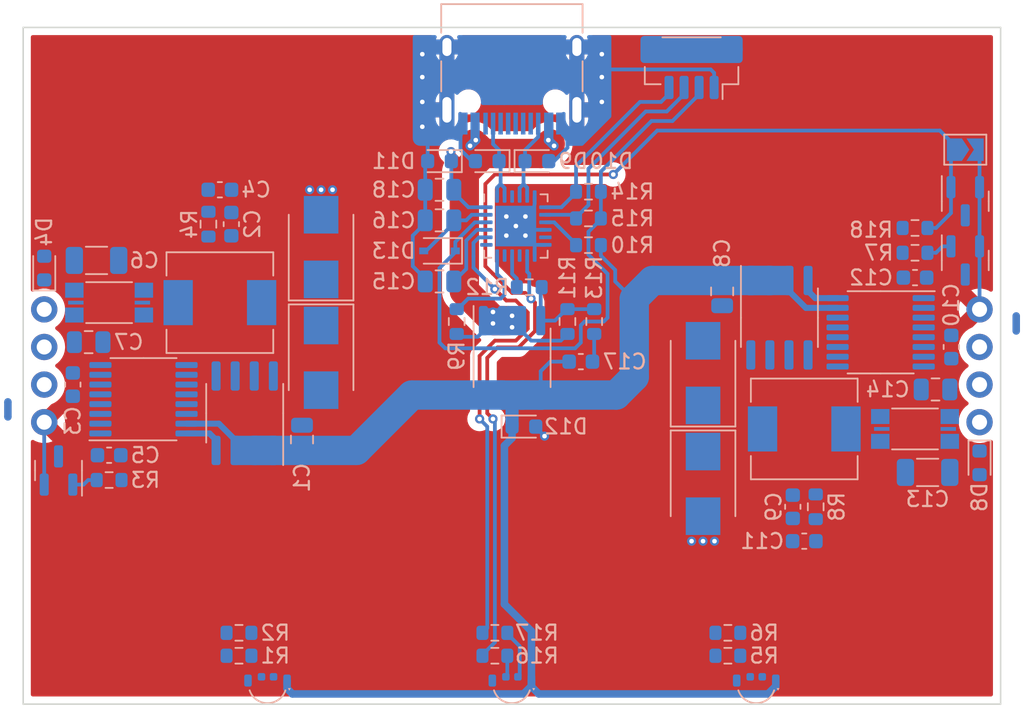
<source format=kicad_pcb>
(kicad_pcb (version 20211014) (generator pcbnew)
  (layers (0 "F.Cu" signal) (31 "B.Cu" signal) (34 "B.Paste" user) (35 "F.Paste" user) (36 "B.SilkS" user "B.Silkscreen") (37 "F.SilkS" user "F.Silkscreen") (38 "B.Mask" user) (39 "F.Mask" user) (44 "Edge.Cuts" user))
  (net 0 "")
  (net 1 "VCC")
  (net 2 "GND")
  (net 3 "Net-(C2-Pad1)")
  (net 4 "Net-(C2-Pad2)")
  (net 5 "Net-(C3-Pad1)")
  (net 6 "Net-(C4-Pad1)")
  (net 7 "Net-(C5-Pad2)")
  (net 8 "Net-(C6-Pad1)")
  (net 9 "Net-(C9-Pad1)")
  (net 10 "Net-(C10-Pad2)")
  (net 11 "Net-(C10-Pad1)")
  (net 12 "Net-(C11-Pad1)")
  (net 13 "Net-(C12-Pad2)")
  (net 14 "Net-(C13-Pad1)")
  (net 15 "Net-(C15-Pad1)")
  (net 16 "Net-(C16-Pad1)")
  (net 17 "Net-(C17-Pad1)")
  (net 18 "Net-(C18-Pad2)")
  (net 19 "Net-(D1-Pad1)")
  (net 20 "Net-(D1-Pad2)")
  (net 22 "Net-(D3-Pad3)")
  (net 23 "Net-(D3-Pad4)")
  (net 24 "Net-(D5-Pad1)")
  (net 25 "Net-(D5-Pad2)")
  (net 27 "Net-(D7-Pad3)")
  (net 28 "Net-(D7-Pad4)")
  (net 29 "Net-(D9-Pad1)")
  (net 30 "Net-(D10-Pad1)")
  (net 31 "VDD")
  (net 32 "Net-(D14-Pad1)")
  (net 34 "Net-(D14-Pad4)")
  (net 35 "/Charger Left/EN")
  (net 36 "/Charger Left/NTC")
  (net 37 "/Charger Right/EN")
  (net 38 "/Charger Right/NTC")
  (net 45 "Net-(J4-Pad3)")
  (net 46 "Net-(J4-Pad4)")
  (net 47 "unconnected-(J4-PadMP)")
  (net 48 "Net-(L1-Pad2)")
  (net 49 "Net-(L2-Pad2)")
  (net 50 "Net-(Q1-Pad4)")
  (net 51 "Net-(Q3-Pad4)")
  (net 52 "Net-(Q5-Pad4)")
  (net 53 "EN_R")
  (net 54 "Net-(R1-Pad2)")
  (net 55 "Net-(R2-Pad2)")
  (net 56 "Net-(R4-Pad1)")
  (net 57 "Net-(R5-Pad2)")
  (net 58 "Net-(R6-Pad2)")
  (net 59 "Net-(R8-Pad1)")
  (net 60 "Net-(R9-Pad2)")
  (net 61 "Net-(R10-Pad2)")
  (net 62 "Net-(R12-Pad2)")
  (net 63 "Net-(R17-Pad2)")
  (net 64 "Net-(Rcs1-Pad2)")
  (net 65 "Net-(Rcs1-Pad3)")
  (net 66 "Net-(Rcs2-Pad2)")
  (net 67 "Net-(Rcs2-Pad3)")
  (footprint "BRAUNIT Charger:Blade_1x04_P2.5mm_Vertical_BRAUNIT_Loose" (layer "F.Cu") (at 132.34 88.9 -90)
    (fp_text reference "J1" hide)
    (fp_text value "BRAUNIT" hide)
  )
  (footprint "BRAUNIT Charger:Blade_1x04_P2.5mm_Vertical_BRAUNIT_Loose" (layer "F.Cu") (at 164.84 88.9 90)
    (fp_text reference "J2" hide)
    (fp_text value "BRAUNIT" hide)
  )
  (footprint "Capacitor_SMD:C_0603_1608Metric" (layer "B.Cu") (at 121.805 94.848 180)
    (fp_text reference "C5")
    (fp_text value "100nF" hide)
  )
  (footprint "Diode_SMD:D_0603_1608Metric" (layer "B.Cu") (at 146.951 75.29 180)
    (fp_text reference "D9")
    (fp_text value "0603ESDA-24N" hide)
  )
  (footprint "Resistor_SMD:R_0603_1608Metric" (layer "B.Cu") (at 175.399 79.735)
    (fp_text reference "R18")
    (fp_text value "470k" hide)
  )
  (footprint "Resistor_SMD:R_0603_1608Metric" (layer "B.Cu") (at 130.441 106.659 180)
    (fp_text reference "R2")
    (fp_text value "2k7" hide)
  )
  (footprint "Package_SO:TSSOP-16_4.4x5mm_P0.65mm" (layer "B.Cu") (at 173.113 86.675 180)
    (fp_text reference "U2" hide)
    (fp_text value "CN3702" hide)
  )
  (footprint "Resistor_SMD:R_0603_1608Metric" (layer "B.Cu") (at 152.285 85.958 90)
    (fp_text reference "R11")
    (fp_text value "100k" hide)
  )
  (footprint "Jumper:SolderJumper-2_P1.3mm_Open_TrianglePad1.0x1.5mm" (layer "B.Cu") (at 178.74 74.528)
    (fp_text reference "JP1" hide)
    (fp_text value "SolderJumper_2_Open" hide)
  )
  (footprint "BRAUNIT Charger:LED_RGB_Meihua_MHS110RGBCT" (layer "B.Cu") (at 148.59 109.834 180)
    (fp_text reference "D14" hide)
    (fp_text value "MHS110RGBCT" hide)
  )
  (footprint "Resistor_SMD:R_0603_1608Metric" (layer "B.Cu") (at 175.399 81.386)
    (fp_text reference "R7")
    (fp_text value "470k" hide)
  )
  (footprint "Diode_SMD:D_SMB" (layer "B.Cu") (at 135.902 81.005 90)
    (fp_text reference "D2" hide)
    (fp_text value "SS56B" hide)
  )
  (footprint "Resistor_SMD:R_0603_1608Metric" (layer "B.Cu") (at 168.795 98.277 -90)
    (fp_text reference "R8")
    (fp_text value "120" hide)
  )
  (footprint "Resistor_SMD:R_0603_1608Metric" (layer "B.Cu") (at 153.682 79.1 180)
    (fp_text reference "R15")
    (fp_text value "4k7" hide)
  )
  (footprint "Diode_SMD:D_SOD-323" (layer "B.Cu") (at 143.776 81.259 180)
    (fp_text reference "D13")
    (fp_text value "BAT60A" hide)
  )
  (footprint "Capacitor_SMD:C_0805_2012Metric" (layer "B.Cu") (at 134.632 93.804 90)
    (fp_text reference "C1")
    (fp_text value "1uF" hide)
  )
  (footprint "Package_SO:SOIC-8_3.9x4.9mm_P1.27mm" (layer "B.Cu") (at 148.602 88.371 -90)
    (fp_text reference "Q5" hide)
    (fp_text value "AO4459" hide)
  )
  (footprint "Capacitor_SMD:C_0805_2012Metric" (layer "B.Cu") (at 143.776 79.227 180)
    (fp_text reference "C16")
    (fp_text value "1uF" hide)
  )
  (footprint "Package_DFN_QFN:QFN-24-1EP_4x4mm_P0.5mm_EP2.7x2.7mm" (layer "B.Cu") (at 148.856 79.608 -90)
    (fp_text reference "U3" hide)
    (fp_text value "STUSB4500QTR" hide)
  )
  (footprint "Diode_SMD:D_0603_1608Metric" (layer "B.Cu") (at 143.776 75.29 180)
    (fp_text reference "D11")
    (fp_text value "0603ESDA-24N" hide)
  )
  (footprint "Resistor_SMD:R_0603_1608Metric" (layer "B.Cu") (at 121.805 96.499 180)
    (fp_text reference "R3")
    (fp_text value "470k" hide)
  )
  (footprint "NetTie:NetTie-2_SMD_Pad0.5mm" (layer "B.Cu") (at 182.13 86.085 90)
    (fp_text reference "NT2" hide)
    (fp_text value "NetTie_2" hide)
  )
  (footprint "Capacitor_SMD:C_0805_2012Metric" (layer "B.Cu") (at 143.776 77.195)
    (fp_text reference "C18")
    (fp_text value "1uF" hide)
  )
  (footprint "Package_SO:SOIC-8_3.9x4.9mm_P1.27mm" (layer "B.Cu") (at 130.822 92.054 90)
    (fp_text reference "Q1" hide)
    (fp_text value "AO4459" hide)
  )
  (footprint "Resistor_SMD:R_0603_1608Metric" (layer "B.Cu") (at 130.441 108.183 180)
    (fp_text reference "R1")
    (fp_text value "2k7" hide)
  )
  (footprint "Package_SO:TSSOP-16_4.4x5mm_P0.65mm" (layer "B.Cu") (at 124.091 91.125)
    (fp_text reference "U1" hide)
    (fp_text value "CN3702" hide)
  )
  (footprint "Diode_SMD:D_SMB" (layer "B.Cu") (at 135.902 88.371 -90)
    (fp_text reference "D1" hide)
    (fp_text value "SS56B" hide)
  )
  (footprint "Connector_JST:JST_SH_BM04B-SRSS-TB_1x04-1MP_P1.00mm_Vertical" (layer "B.Cu") (at 160.54 69.067 180)
    (fp_text reference "J4" hide)
    (fp_text value "BM04B-SRSS-TB" hide)
  )
  (footprint "Capacitor_SMD:C_1206_3216Metric" (layer "B.Cu") (at 176.2365 95.991 180)
    (fp_text reference "C13")
    (fp_text value "10uF" hide)
  )
  (footprint "Capacitor_SMD:C_0603_1608Metric" (layer "B.Cu") (at 153.174 88.625 180)
    (fp_text reference "C17")
    (fp_text value "100nF" hide)
  )
  (footprint "Capacitor_SMD:C_0603_1608Metric" (layer "B.Cu") (at 167.271 98.277 -90)
    (fp_text reference "C9")
    (fp_text value "100nF" hide)
  )
  (footprint "Package_TO_SOT_SMD:SOT-23" (layer "B.Cu") (at 178.74 77.957 -90)
    (fp_text reference "Q6" hide)
    (fp_text value "2N7002" hide)
  )
  (footprint "Capacitor_SMD:C_0603_1608Metric" (layer "B.Cu") (at 168.033 100.563 180)
    (fp_text reference "C11")
    (fp_text value "220nF" hide)
  )
  (footprint "Capacitor_SMD:C_0603_1608Metric" (layer "B.Cu") (at 129.171 77.195)
    (fp_text reference "C4")
    (fp_text value "220nF" hide)
  )
  (footprint "Capacitor_SMD:C_0805_2012Metric" (layer "B.Cu") (at 176.7615 90.475 180)
    (fp_text reference "C14")
    (fp_text value "1uF" hide)
  )
  (footprint "Package_SO:SOIC-8_3.9x4.9mm_P1.27mm" (layer "B.Cu") (at 166.382 85.704 -90)
    (fp_text reference "Q3" hide)
    (fp_text value "AO4459" hide)
  )
  (footprint "BRAUNIT Charger:L_Sunltech_SLO0630H" (layer "B.Cu") (at 129.171 84.7 180)
    (fp_text reference "L1" hide)
    (fp_text value "22uH" hide)
  )
  (footprint "BRAUNIT Charger:R_Shunt_2010_5025Metric" (layer "B.Cu") (at 175.399 93.1)
    (fp_text reference "Rcs2" hide)
    (fp_text value "0R1" hide)
  )
  (footprint "Diode_SMD:D_0603_1608Metric" (layer "B.Cu") (at 117.49 82.402 90)
    (fp_text reference "D4")
    (fp_text value "0603ESDA-24N" hide)
  )
  (footprint "BRAUNIT Charger:R_Shunt_2010_5025Metric" (layer "B.Cu") (at 121.805 84.7 180)
    (fp_text reference "Rcs1" hide)
    (fp_text value "0R1" hide)
  )
  (footprint "Diode_SMD:D_0603_1608Metric" (layer "B.Cu") (at 149.3895 92.943)
    (fp_text reference "D12")
    (fp_text value "0603ESDA-24N" hide)
  )
  (footprint "Capacitor_SMD:C_0603_1608Metric" (layer "B.Cu") (at 175.399 83.037)
    (fp_text reference "C12")
    (fp_text value "100nF" hide)
  )
  (footprint "Capacitor_SMD:C_0603_1608Metric" (layer "B.Cu") (at 129.933 79.481 90)
    (fp_text reference "C2")
    (fp_text value "100nF" hide)
  )
  (footprint "Resistor_SMD:R_0603_1608Metric" (layer "B.Cu") (at 147.459 106.659 180)
    (fp_text reference "R17")
    (fp_text value "2k7" hide)
  )
  (footprint "Connector_USB:USB_C_Receptacle_HRO_TYPE-C-31-M-12" (layer "B.Cu") (at 148.59 68.75)
    (fp_text reference "J3" hide)
    (fp_text value "TYPE-C-31-M-12" hide)
  )
  (footprint "Capacitor_SMD:C_0603_1608Metric" (layer "B.Cu") (at 177.812 87.65 90)
    (fp_text reference "C10")
    (fp_text value "470pF" hide)
  )
  (footprint "Diode_SMD:D_SMB" (layer "B.Cu") (at 161.302 96.753 -90)
    (fp_text reference "D6" hide)
    (fp_text value "SS56B" hide)
  )
  (footprint "Resistor_SMD:R_0603_1608Metric" (layer "B.Cu") (at 162.953 108.183 180)
    (fp_text reference "R5")
    (fp_text value "2k7" hide)
  )
  (footprint "Diode_SMD:D_0603_1608Metric" (layer "B.Cu") (at 150.253 75.29)
    (fp_text reference "D10")
    (fp_text value "0603ESDA-24N" hide)
  )
  (footprint "Resistor_SMD:R_0603_1608Metric" (layer "B.Cu") (at 144.919 85.958 90)
    (fp_text reference "R9")
    (fp_text value "1k" hide)
  )
  (footprint "Package_TO_SOT_SMD:SOT-23" (layer "B.Cu") (at 118.44 95.864 90)
    (fp_text reference "Q2" hide)
    (fp_text value "2N7002" hide)
  )
  (footprint "NetTie:NetTie-2_SMD_Pad0.5mm" (layer "B.Cu") (at 115.074 91.8 -90)
    (fp_text reference "NT1" hide)
    (fp_text value "NetTie_2" hide)
  )
  (footprint "Package_TO_SOT_SMD:SOT-23" (layer "B.Cu") (at 178.74 81.894 -90)
    (fp_text reference "Q4" hide)
    (fp_text value "2N7002" hide)
  )
  (footprint "Resistor_SMD:R_0603_1608Metric" (layer "B.Cu") (at 153.682 77.322 180)
    (fp_text reference "R14")
    (fp_text value "4k7" hide)
  )
  (footprint "Capacitor_SMD:C_0805_2012Metric" (layer "B.Cu") (at 162.572 83.954 -90)
    (fp_text reference "C8")
    (fp_text value "1uF" hide)
  )
  (footprint "Capacitor_SMD:C_1206_3216Metric" (layer "B.Cu") (at 120.9675 81.894)
    (fp_text reference "C6")
    (fp_text value "10uF" hide)
  )
  (footprint "Diode_SMD:D_SMB" (layer "B.Cu") (at 161.302 89.387 90)
    (fp_text reference "D5" hide)
    (fp_text value "SS56B" hide)
  )
  (footprint "Resistor_SMD:R_0603_1608Metric" (layer "B.Cu") (at 153.682 80.878 180)
    (fp_text reference "R10")
    (fp_text value "1k" hide)
  )
  (footprint "Resistor_SMD:R_0603_1608Metric" (layer "B.Cu") (at 154.063 85.958 -90)
    (fp_text reference "R13")
    (fp_text value "100" hide)
  )
  (footprint "Capacitor_SMD:C_0603_1608Metric" (layer "B.Cu") (at 119.392 90.15 -90)
    (fp_text reference "C3")
    (fp_text value "470pF" hide)
  )
  (footprint "Resistor_SMD:R_0603_1608Metric" (layer "B.Cu") (at 162.953 106.659 180)
    (fp_text reference "R6")
    (fp_text value "2k7" hide)
  )
  (footprint "BRAUNIT Charger:LED_RGB_Meihua_MHS110RGBCT" (layer "B.Cu") (at 164.84 109.834 180)
    (fp_text reference "D7" hide)
    (fp_text value "MHS110RGBCT" hide)
  )
  (footprint "BRAUNIT Charger:L_Sunltech_SLO0630H" (layer "B.Cu") (at 168.033 93.1)
    (fp_text reference "L2" hide)
    (fp_text value "22uH" hide)
  )
  (footprint "BRAUNIT Charger:LED_RGB_Meihua_MHS110RGBCT" (layer "B.Cu") (at 132.34 109.834 180)
    (fp_text reference "D3" hide)
    (fp_text value "MHS110RGBCT" hide)
  )
  (footprint "Capacitor_SMD:C_0805_2012Metric" (layer "B.Cu") (at 143.776 83.291 180)
    (fp_text reference "C15")
    (fp_text value "1uF" hide)
  )
  (footprint "Resistor_SMD:R_0603_1608Metric" (layer "B.Cu") (at 149.745 83.672 180)
    (fp_text reference locked "R12")
    (fp_text value "22k" hide)
  )
  (footprint "Diode_SMD:D_0603_1608Metric" (layer "B.Cu") (at 179.69 95.356 -90)
    (fp_text reference "D8")
    (fp_text value "0603ESDA-24N" hide)
  )
  (footprint "Resistor_SMD:R_0603_1608Metric" (layer "B.Cu") (at 128.409 79.481 90)
    (fp_text reference "R4")
    (fp_text value "120" hide)
  )
  (footprint "Capacitor_SMD:C_0805_2012Metric" (layer "B.Cu") (at 120.4425 87.3275)
    (fp_text reference "C7")
    (fp_text value "1uF" hide)
  )
  (footprint "Resistor_SMD:R_0603_1608Metric" (layer "B.Cu") (at 147.459 108.183 180)
    (fp_text reference "R16")
    (fp_text value "2k7" hide)
  )
  (gr_line locked (start 181.09 111.4) (end 116.09 111.4) (layer "Edge.Cuts") (width 0.1))
  (gr_line locked (start 116.09 111.4) (end 116.09 66.4) (layer "Edge.Cuts") (width 0.1))
  (gr_line locked (start 181.09 66.4) (end 181.09 111.4) (layer "Edge.Cuts") (width 0.1))
  (gr_line locked (start 116.09 66.4) (end 181.09 66.4) (layer "Edge.Cuts") (width 0.1))
  (segment locked (start 150.507 89.26) (end 150.507 90.846) (width 0.25) (layer "B.Cu") (net 1))
  (segment locked (start 167.017 83.926) (end 167.017 83.229) (width 0.4) (layer "B.Cu") (net 1))
  (segment locked (start 138.253 94.529) (end 141.936 90.846) (width 1.95) (layer "B.Cu") (net 1))
  (segment locked (start 129.105 92.75) (end 130.187 93.832) (width 0.4) (layer "B.Cu") (net 1))
  (segment locked (start 149.89 110.233) (end 150.38 110.723) (width 0.5) (layer "B.Cu") (net 1))
  (segment locked (start 133.997 110.723) (end 133.64 110.366) (width 0.5) (layer "B.Cu") (net 1))
  (segment locked (start 149.89 109.834) (end 149.89 110.233) (width 0.5) (layer "B.Cu") (net 1))
  (segment locked (start 133.64 110.366) (end 133.64 109.834) (width 0.5) (layer "B.Cu") (net 1))
  (segment locked (start 155.46 83.291) (end 156.603 84.434) (width 0.25) (layer "B.Cu") (net 1))
  (segment locked (start 168.141 85.05) (end 167.017 83.926) (width 0.4) (layer "B.Cu") (net 1))
  (segment locked (start 149.89 109.834) (end 149.89 106.55) (width 0.5) (layer "B.Cu") (net 1))
  (segment locked (start 149.89 109.834) (end 149.89 110.197) (width 0.5) (layer "B.Cu") (net 1))
  (segment locked (start 165.62 110.723) (end 166.14 110.203) (width 0.5) (layer "B.Cu") (net 1))
  (segment locked (start 131.457 94.529) (end 138.253 94.529) (width 1.95) (layer "B.Cu") (net 1))
  (segment locked (start 148.094 94.213) (end 148.602 93.705) (width 0.5) (layer "B.Cu") (net 1))
  (segment locked (start 157.935 83.229) (end 165.747 83.229) (width 1.95) (layer "B.Cu") (net 1))
  (segment locked (start 150.38 110.723) (end 165.62 110.723) (width 0.5) (layer "B.Cu") (net 1))
  (segment locked (start 151.142 88.625) (end 150.507 89.26) (width 0.25) (layer "B.Cu") (net 1))
  (segment locked (start 155.525 90.846) (end 156.73 89.641) (width 1.95) (layer "B.Cu") (net 1))
  (segment locked (start 126.9535 92.75) (end 129.105 92.75) (width 0.4) (layer "B.Cu") (net 1))
  (segment locked (start 166.14 110.203) (end 166.14 109.834) (width 0.5) (layer "B.Cu") (net 1))
  (segment locked (start 148.602 92.943) (end 148.602 91.673) (width 0.875) (layer "B.Cu") (net 1))
  (segment locked (start 152.399 88.625) (end 151.142 88.625) (width 0.25) (layer "B.Cu") (net 1))
  (segment locked (start 156.603 84.434) (end 156.73 84.434) (width 0.25) (layer "B.Cu") (net 1))
  (segment locked (start 141.936 90.846) (end 147.967 90.846) (width 1.95) (layer "B.Cu") (net 1))
  (segment locked (start 155.46 82.529) (end 155.46 83.291) (width 0.25) (layer "B.Cu") (net 1))
  (segment locked (start 149.237 90.846) (end 155.525 90.846) (width 1.95) (layer "B.Cu") (net 1))
  (segment locked (start 149.364 110.723) (end 133.997 110.723) (width 0.5) (layer "B.Cu") (net 1))
  (segment locked (start 148.602 93.705) (end 148.602 92.943) (width 0.5) (layer "B.Cu") (net 1))
  (segment locked (start 156.73 89.641) (end 156.73 84.434) (width 1.95) (layer "B.Cu") (net 1))
  (segment locked (start 149.89 106.55) (end 148.094 104.754) (width 0.5) (layer "B.Cu") (net 1))
  (segment locked (start 149.89 110.197) (end 149.364 110.723) (width 0.5) (layer "B.Cu") (net 1))
  (segment locked (start 148.094 104.754) (end 148.094 94.213) (width 0.5) (layer "B.Cu") (net 1))
  (segment locked (start 156.73 84.434) (end 157.935 83.229) (width 1.95) (layer "B.Cu") (net 1))
  (segment locked (start 154.507 81.576) (end 155.46 82.529) (width 0.25) (layer "B.Cu") (net 1))
  (segment locked (start 130.187 93.832) (end 130.187 94.529) (width 0.4) (layer "B.Cu") (net 1))
  (segment locked (start 154.507 80.878) (end 154.507 81.576) (width 0.25) (layer "B.Cu") (net 1))
  (segment locked (start 170.2505 85.05) (end 168.141 85.05) (width 0.4) (layer "B.Cu") (net 1))
  (via locked (at 149.491 78.973) (size 0.61) (drill 0.305) (layers "F.Cu" "B.Cu") (net 2))
  (via locked (at 142.633 68.178) (size 0.61) (drill 0.305) (layers "F.Cu" "B.Cu") (net 2))
  (via locked (at 148.221 78.973) (size 0.61) (drill 0.305) (layers "F.Cu" "B.Cu") (net 2))
  (via locked (at 142.633 69.702) (size 0.61) (drill 0.305) (layers "F.Cu" "B.Cu") (net 2))
  (via locked (at 148.221 80.243) (size 0.61) (drill 0.305) (layers "F.Cu" "B.Cu") (net 2))
  (via locked (at 135.14 77.195) (size 0.61) (drill 0.305) (layers "F.Cu" "B.Cu") (net 2))
  (via locked (at 154.571 68.178) (size 0.61) (drill 0.305) (layers "F.Cu" "B.Cu") (net 2))
  (via locked (at 136.664 77.195) (size 0.61) (drill 0.305) (layers "F.Cu" "B.Cu") (net 2))
  (via locked (at 142.633 71.353) (size 0.61) (drill 0.305) (layers "F.Cu" "B.Cu") (net 2))
  (via locked (at 154.571 69.702) (size 0.61) (drill 0.305) (layers "F.Cu" "B.Cu") (net 2))
  (via locked (at 149.491 80.243) (size 0.61) (drill 0.305) (layers "F.Cu" "B.Cu") (net 2))
  (via locked (at 150.761 93.578) (size 0.61) (drill 0.305) (layers "F.Cu" "B.Cu") (net 2))
  (via locked (at 154.571 71.353) (size 0.61) (drill 0.305) (layers "F.Cu" "B.Cu") (net 2))
  (via locked (at 160.54 100.563) (size 0.61) (drill 0.305) (layers "F.Cu" "B.Cu") (net 2))
  (via locked (at 142.633 73.004) (size 0.61) (drill 0.305) (layers "F.Cu" "B.Cu") (net 2))
  (via locked (at 135.902 77.195) (size 0.61) (drill 0.305) (layers "F.Cu" "B.Cu") (net 2))
  (via locked (at 148.856 79.608) (size 0.61) (drill 0.305) (layers "F.Cu" "B.Cu") (net 2))
  (via locked (at 161.302 100.563) (size 0.61) (drill 0.305) (layers "F.Cu" "B.Cu") (net 2))
  (via locked (at 162.064 100.563) (size 0.61) (drill 0.305) (layers "F.Cu" "B.Cu") (net 2))
  (segment locked (start 150.177 92.994) (end 150.761 93.578) (width 0.25) (layer "B.Cu") (net 2))
  (segment locked (start 141.998 82.275) (end 141.998 80.243) (width 0.25) (layer "B.Cu") (net 2))
  (segment locked (start 179.69 77.0195) (end 179.69 74.753) (width 0.25) (layer "B.Cu") (net 2))
  (segment locked (start 179.69 74.753) (end 179.465 74.528) (width 0.25) (layer "B.Cu") (net 2))
  (segment locked (start 150.106 78.110672) (end 150.081 78.258) (width 0.25) (layer "B.Cu") (net 2))
  (segment locked (start 117.49 96.8015) (end 117.49 92.65) (width 0.25) (layer "B.Cu") (net 2))
  (segment locked (start 150.177 92.943) (end 150.177 92.994) (width 0.25) (layer "B.Cu") (net 2))
  (segment locked (start 142.826 83.291) (end 142.826 83.103) (width 0.25) (layer "B.Cu") (net 2))
  (segment locked (start 145.173 74.529264) (end 145.173 73.512) (width 0.25) (layer "B.Cu") (net 2))
  (segment locked (start 149.491 80.243) (end 149.106 79.858) (width 0.25) (layer "B.Cu") (net 2))
  (segment locked (start 150.8185 79.858) (end 149.876 79.858) (width 0.25) (layer "B.Cu") (net 2))
  (segment locked (start 146.1635 75.29) (end 145.933736 75.29) (width 0.25) (layer "B.Cu") (net 2))
  (segment locked (start 142.826 77.195) (end 142.826 75.4525) (width 0.25) (layer "B.Cu") (net 2))
  (segment locked (start 142.826 79.415) (end 142.826 79.227) (width 0.25) (layer "B.Cu") (net 2))
  (segment locked (start 142.826 75.4525) (end 142.9885 75.29) (width 0.25) (layer "B.Cu") (net 2))
  (segment locked (start 149.106 79.858) (end 148.856 79.608) (width 0.25) (layer "B.Cu") (net 2))
  (segment locked (start 142.9885 75.29) (end 142.9885 74.1725) (width 0.25) (layer "B.Cu") (net 2))
  (segment locked (start 179.69 80.9565) (end 179.69 85.15) (width 0.25) (layer "B.Cu") (net 2))
  (segment locked (start 148.856 79.360672) (end 148.856 79.608) (width 0.25) (layer "B.Cu") (net 2))
  (segment locked (start 161.81 69.194) (end 155.079 69.194) (width 0.25) (layer "B.Cu") (net 2))
  (segment locked (start 142.826 83.103) (end 141.998 82.275) (width 0.25) (layer "B.Cu") (net 2))
  (segment locked (start 162.04 69.424) (end 161.81 69.194) (width 0.25) (layer "B.Cu") (net 2))
  (segment locked (start 150.106 81.5705) (end 150.106 80.858) (width 0.25) (layer "B.Cu") (net 2))
  (segment locked (start 149.876 79.858) (end 149.491 80.243) (width 0.25) (layer "B.Cu") (net 2))
  (segment locked (start 150.106 77.6455) (end 150.106 78.110672) (width 0.25) (layer "B.Cu") (net 2))
  (segment locked (start 179.69 77.0195) (end 179.69 80.9565) (width 0.25) (layer "B.Cu") (net 2))
  (segment locked (start 162.04 70.392) (end 162.04 69.424) (width 0.25) (layer "B.Cu") (net 2))
  (segment locked (start 152.285 74.401) (end 152.285 73.893) (width 0.25) (layer "B.Cu") (net 2))
  (segment locked (start 142.826 79.227) (end 142.826 77.195) (width 0.25) (layer "B.Cu") (net 2))
  (segment locked (start 141.998 80.243) (end 142.826 79.415) (width 0.25) (layer "B.Cu") (net 2))
  (segment locked (start 145.933736 75.29) (end 145.173 74.529264) (width 0.25) (layer "B.Cu") (net 2))
  (segment locked (start 151.396 75.29) (end 152.285 74.401) (width 0.25) (layer "B.Cu") (net 2))
  (segment locked (start 151.0405 75.29) (end 151.396 75.29) (width 0.25) (layer "B.Cu") (net 2))
  (segment locked (start 150.8185 80.858) (end 150.106 80.858) (width 0.25) (layer "B.Cu") (net 2))
  (segment locked (start 145.554 82.463) (end 145.554 80.572211) (width 0.25) (layer "B.Cu") (net 15))
  (segment locked (start 146.268211 79.858) (end 146.8935 79.858) (width 0.25) (layer "B.Cu") (net 15))
  (segment locked (start 145.554 80.572211) (end 146.268211 79.858) (width 0.25) (layer "B.Cu") (net 15))
  (segment locked (start 144.726 83.291) (end 145.554 82.463) (width 0.25) (layer "B.Cu") (net 15))
  (segment locked (start 145.554 79.227) (end 144.726 79.227) (width 0.25) (layer "B.Cu") (net 16))
  (segment locked (start 142.887 81.259) (end 142.726 81.259) (width 0.25) (layer "B.Cu") (net 16))
  (segment locked (start 146.8935 78.858) (end 145.923 78.858) (width 0.25) (layer "B.Cu") (net 16))
  (segment locked (start 144.726 79.42) (end 142.887 81.259) (width 0.25) (layer "B.Cu") (net 16))
  (segment locked (start 144.726 79.227) (end 144.726 79.42) (width 0.25) (layer "B.Cu") (net 16))
  (segment locked (start 145.923 78.858) (end 145.554 79.227) (width 0.25) (layer "B.Cu") (net 16))
  (segment locked (start 154.063 88.384) (end 153.949 88.498) (width 0.25) (layer "B.Cu") (net 17))
  (segment locked (start 154.063 86.783) (end 154.063 88.384) (width 0.25) (layer "B.Cu") (net 17))
  (segment locked (start 144.538 74.655) (end 145.681 75.798) (width 0.25) (layer "F.Cu") (net 18))
  (segment locked (start 148.348 85.896) (end 147.397 85.896) (width 1.95) (layer "F.Cu") (net 18))
  (segment locked (start 145.427 76.052) (end 145.681 75.798) (width 1.95) (layer "F.Cu") (net 18))
  (segment locked (start 147.397 85.896) (end 145.427 83.926) (width 1.95) (layer "F.Cu") (net 18))
  (segment locked (start 146.697 74.782) (end 150.507 74.782) (width 1.95) (layer "F.Cu") (net 18))
  (segment locked (start 146.062 74.147) (end 146.697 74.782) (width 1.95) (layer "F.Cu") (net 18))
  (segment locked (start 150.507 74.782) (end 151.142 74.147) (width 1.95) (layer "F.Cu") (net 18))
  (segment locked (start 145.427 83.926) (end 145.427 76.052) (width 1.95) (layer "F.Cu") (net 18))
  (segment locked (start 145.681 75.798) (end 146.697 74.782) (width 1.95) (layer "F.Cu") (net 18))
  (via locked (at 147.332 86.085) (size 0.61) (drill 0.305) (layers "F.Cu" "B.Cu") (net 18))
  (via locked (at 151.396 74.274) (size 0.61) (drill 0.305) (layers "F.Cu" "B.Cu") (net 18))
  (via locked (at 148.602 85.577) (size 0.61) (drill 0.305) (layers "F.Cu" "B.Cu") (net 18))
  (via locked (at 146.189 73.893) (size 0.61) (drill 0.305) (layers "F.Cu" "B.Cu") (net 18))
  (via locked (at 145.808 74.274) (size 0.61) (drill 0.305) (layers "F.Cu" "B.Cu") (net 18))
  (via locked (at 147.332 85.323) (size 0.61) (drill 0.305) (layers "F.Cu" "B.Cu") (net 18))
  (via locked (at 151.015 73.893) (size 0.61) (drill 0.305) (layers "F.Cu" "B.Cu") (net 18))
  (via locked (at 144.538 74.655) (size 0.61) (drill 0.305) (layers "F.Cu" "B.Cu") (net 18))
  (via locked (at 148.602 86.339) (size 0.61) (drill 0.305) (layers "F.Cu" "B.Cu") (net 18))
  (segment locked (start 149.237 86.593) (end 149.237 85.896) (width 0.25) (layer "B.Cu") (net 18))
  (segment locked (start 146.697 86.593) (end 146.316 86.974) (width 0.25) (layer "B.Cu") (net 18))
  (segment locked (start 145.701 78.358) (end 144.726 77.383) (width 0.25) (layer "B.Cu") (net 18))
  (segment locked (start 151.04 72.795) (end 151.04 73.868) (width 0.6) (layer "B.Cu") (net 18))
  (segment locked (start 144.5635 75.29) (end 144.5635 77.0325) (width 0.25) (layer "B.Cu") (net 18))
  (segment locked (start 146.14 73.942) (end 146.14 72.795) (width 0.6) (layer "B.Cu") (net 18))
  (segment locked (start 144.726 77.383) (end 144.726 77.195) (width 0.25) (layer "B.Cu") (net 18))
  (segment locked (start 146.697 85.896) (end 146.697 86.593) (width 0.25) (layer "B.Cu") (net 18))
  (segment locked (start 151.84 87.228) (end 149.872 87.228) (width 0.25) (layer "B.Cu") (net 18))
  (segment locked (start 151.396 74.274) (end 151.04 73.918) (width 0.6) (layer "B.Cu") (net 18))
  (segment locked (start 146.316 86.974) (end 145.11 86.974) (width 0.25) (layer "B.Cu") (net 18))
  (segment locked (start 146.189 73.893) (end 146.14 73.844) (width 0.6) (layer "B.Cu") (net 18))
  (segment locked (start 145.11 86.974) (end 144.919 86.783) (width 0.25) (layer "B.Cu") (net 18))
  (segment locked (start 146.8935 78.358) (end 145.701 78.358) (width 0.25) (layer "B.Cu") (net 18))
  (segment locked (start 146.14 73.844) (end 146.14 72.795) (width 0.6) (layer "B.Cu") (net 18))
  (segment locked (start 151.015 73.893) (end 151.04 73.868) (width 0.6) (layer "B.Cu") (net 18))
  (segment locked (start 149.872 87.228) (end 149.237 86.593) (width 0.25) (layer "B.Cu") (net 18))
  (segment locked (start 152.285 86.783) (end 151.84 87.228) (width 0.25) (layer "B.Cu") (net 18))
  (segment locked (start 144.5635 77.0325) (end 144.726 77.195) (width 0.25) (layer "B.Cu") (net 18))
  (segment locked (start 151.04 72.795) (end 151.04 73.918) (width 0.6) (layer "B.Cu") (net 18))
  (segment locked (start 145.808 74.274) (end 146.14 73.942) (width 0.6) (layer "B.Cu") (net 18))
  (segment locked (start 147.34 74.155) (end 147.34 72.795) (width 0.25) (layer "B.Cu") (net 29))
  (segment locked (start 147.606 77.048) (end 147.606 77.6455) (width 0.25) (layer "B.Cu") (net 29))
  (segment locked (start 148.106 77.6455) (end 148.106 77.08) (width 0.25) (layer "B.Cu") (net 29))
  (segment locked (start 147.84 76.814) (end 147.84 75.3915) (width 0.25) (layer "B.Cu") (net 29))
  (segment locked (start 147.84 76.814) (end 147.606 77.048) (width 0.25) (layer "B.Cu") (net 29))
  (segment locked (start 147.84 75.3915) (end 147.7385 75.29) (width 0.25) (layer "B.Cu") (net 29))
  (segment locked (start 148.106 77.08) (end 147.84 76.814) (width 0.25) (layer "B.Cu") (net 29))
  (segment locked (start 147.7385 74.5535) (end 147.34 74.155) (width 0.25) (layer "B.Cu") (net 29))
  (segment locked (start 147.7385 75.29) (end 147.7385 74.5535) (width 0.25) (layer "B.Cu") (net 29))
  (segment locked (start 149.106 77.072) (end 149.364 76.814) (width 0.25) (layer "B.Cu") (net 30))
  (segment locked (start 149.106 77.6455) (end 149.106 77.072) (width 0.25) (layer "B.Cu") (net 30))
  (segment locked (start 149.4655 74.5535) (end 149.4655 75.29) (width 0.25) (layer "B.Cu") (net 30))
  (segment locked (start 150.34 73.679) (end 149.4655 74.5535) (width 0.25) (layer "B.Cu") (net 30))
  (segment locked (start 150.34 72.795) (end 150.34 73.679) (width 0.25) (layer "B.Cu") (net 30))
  (segment locked (start 149.364 76.814) (end 149.364 75.3915) (width 0.25) (layer "B.Cu") (net 30))
  (segment locked (start 149.606 77.056) (end 149.606 77.6455) (width 0.25) (layer "B.Cu") (net 30))
  (segment locked (start 149.364 76.814) (end 149.606 77.056) (width 0.25) (layer "B.Cu") (net 30))
  (segment locked (start 149.364 75.3915) (end 149.4655 75.29) (width 0.25) (layer "B.Cu") (net 30))
  (segment locked (start 144.157 87.736) (end 143.776 87.355) (width 0.25) (layer "B.Cu") (net 31))
  (segment locked (start 144.826 81.352) (end 144.826 81.259) (width 0.25) (layer "B.Cu") (net 31))
  (segment locked (start 153.682 81.513) (end 154.952 82.783) (width 0.25) (layer "B.Cu") (net 31))
  (segment locked (start 154.952 82.783) (end 154.952 85.704) (width 0.25) (layer "B.Cu") (net 31))
  (segment locked (start 161.04 70.853) (end 161.04 70.392) (width 0.25) (layer "B.Cu") (net 31))
  (segment locked (start 144.826 80.664493) (end 146.132493 79.358) (width 0.25) (layer "B.Cu") (net 31))
  (segment locked (start 146.132493 79.358) (end 146.8935 79.358) (width 0.25) (layer "B.Cu") (net 31))
  (segment locked (start 153.174 87.355) (end 152.793 87.736) (width 0.25) (layer "B.Cu") (net 31))
  (segment locked (start 153.174 86.212) (end 153.174 87.355) (width 0.25) (layer "B.Cu") (net 31))
  (segment locked (start 154.507 79.1) (end 154.507 79.164) (width 0.25) (layer "B.Cu") (net 31))
  (segment locked (start 153.682 79.989) (end 153.682 81.513) (width 0.25) (layer "B.Cu") (net 31))
  (segment locked (start 154.698 85.958) (end 153.428 85.958) (width 0.25) (layer "B.Cu") (net 31))
  (segment locked (start 153.428 85.958) (end 153.174 86.212) (width 0.25) (layer "B.Cu") (net 31))
  (segment locked (start 152.793 87.736) (end 144.157 87.736) (width 0.25) (layer "B.Cu") (net 31))
  (segment locked (start 159.27 72.623) (end 161.04 70.853) (width 0.25) (layer "B.Cu") (net 31))
  (segment locked (start 144.826 81.259) (end 144.826 80.664493) (width 0.25) (layer "B.Cu") (net 31))
  (segment locked (start 143.776 82.402) (end 144.826 81.352) (width 0.25) (layer "B.Cu") (net 31))
  (segment locked (start 154.507 77.322) (end 154.507 75.989) (width 0.25) (layer "B.Cu") (net 31))
  (segment locked (start 154.507 75.989) (end 157.873 72.623) (width 0.25) (layer "B.Cu") (net 31))
  (segment locked (start 157.873 72.623) (end 159.27 72.623) (width 0.25) (layer "B.Cu") (net 31))
  (segment locked (start 154.507 77.322) (end 154.507 79.1) (width 0.25) (layer "B.Cu") (net 31))
  (segment locked (start 154.952 85.704) (end 154.698 85.958) (width 0.25) (layer "B.Cu") (net 31))
  (segment locked (start 154.507 79.164) (end 153.682 79.989) (width 0.25) (layer "B.Cu") (net 31))
  (segment locked (start 143.776 87.355) (end 143.776 82.402) (width 0.25) (layer "B.Cu") (net 31))
  (segment locked (start 149.11 107.548) (end 149.11 109.464) (width 0.25) (layer "B.Cu") (net 32))
  (segment locked (start 148.284 106.722) (end 149.11 107.548) (width 0.25) (layer "B.Cu") (net 32))
  (segment locked (start 149.11 109.464) (end 148.99 109.584) (width 0.25) (layer "B.Cu") (net 32))
  (segment locked (start 148.284 106.659) (end 148.284 106.722) (width 0.25) (layer "B.Cu") (net 32))
  (segment locked (start 148.284 109.49) (end 148.19 109.584) (width 0.25) (layer "B.Cu") (net 34))
  (segment locked (start 148.284 108.183) (end 148.284 109.49) (width 0.25) (layer "B.Cu") (net 34))
  (segment locked (start 120.98 96.499) (end 120.408 96.499) (width 0.25) (layer "B.Cu") (net 35))
  (segment locked (start 120.1055 96.8015) (end 119.39 96.8015) (width 0.25) (layer "B.Cu") (net 35))
  (segment locked (start 120.408 96.499) (end 120.1055 96.8015) (width 0.25) (layer "B.Cu") (net 35))
  (segment locked (start 176.224 81.386) (end 176.796 81.386) (width 0.25) (layer "B.Cu") (net 37))
  (segment locked (start 177.2255 80.9565) (end 177.79 80.9565) (width 0.25) (layer "B.Cu") (net 37))
  (segment locked (start 176.796 81.386) (end 177.2255 80.9565) (width 0.25) (layer "B.Cu") (net 37))
  (segment locked (start 150.8185 78.858) (end 152.615 78.858) (width 0.25) (layer "B.Cu") (net 45))
  (segment locked (start 152.857 79.036) (end 153.682 78.211) (width 0.25) (layer "B.Cu") (net 45))
  (segment locked (start 153.682 78.211) (end 153.682 75.798) (width 0.25) (layer "B.Cu") (net 45))
  (segment locked (start 152.857 79.1) (end 152.857 79.036) (width 0.25) (layer "B.Cu") (net 45))
  (segment locked (start 152.615 78.858) (end 152.857 79.1) (width 0.25) (layer "B.Cu") (net 45))
  (segment locked (start 160.04 70.838072) (end 160.04 70.392) (width 0.25) (layer "B.Cu") (net 45))
  (segment locked (start 158.890072 71.988) (end 160.04 70.838072) (width 0.25) (layer "B.Cu") (net 45))
  (segment locked (start 153.682 75.798) (end 157.492 71.988) (width 0.25) (layer "B.Cu") (net 45))
  (segment locked (start 157.492 71.988) (end 158.890072 71.988) (width 0.25) (layer "B.Cu") (net 45))
  (segment locked (start 152.857 77.322) (end 152.857 75.607) (width 0.25) (layer "B.Cu") (net 46))
  (segment locked (start 159.04 70.821) (end 159.04 70.392) (width 0.25) (layer "B.Cu") (net 46))
  (segment locked (start 157.111 71.353) (end 158.508 71.353) (width 0.25) (layer "B.Cu") (net 46))
  (segment locked (start 158.508 71.353) (end 159.04 70.821) (width 0.25) (layer "B.Cu") (net 46))
  (segment locked (start 151.884 78.358) (end 152.857 77.385) (width 0.25) (layer "B.Cu") (net 46))
  (segment locked (start 152.857 77.385) (end 152.857 77.322) (width 0.25) (layer "B.Cu") (net 46))
  (segment locked (start 150.8185 78.358) (end 151.884 78.358) (width 0.25) (layer "B.Cu") (net 46))
  (segment locked (start 152.857 75.607) (end 157.111 71.353) (width 0.25) (layer "B.Cu") (net 46))
  (segment locked (start 158.04 67.867) (end 163.04 67.867) (width 1.8) (layer "B.Cu") (net 47))
  (segment locked (start 128.485 93.4) (end 128.917 93.832) (width 0.4) (layer "B.Cu") (net 50))
  (segment locked (start 126.9535 93.4) (end 128.485 93.4) (width 0.4) (layer "B.Cu") (net 50))
  (segment locked (start 128.917 93.832) (end 128.917 94.529) (width 0.4) (layer "B.Cu") (net 50))
  (segment locked (start 168.287 83.926) (end 168.287 83.229) (width 0.4) (layer "B.Cu") (net 51))
  (segment locked (start 170.2505 84.4) (end 168.761 84.4) (width 0.4) (layer "B.Cu") (net 51))
  (segment locked (start 168.761 84.4) (end 168.287 83.926) (width 0.4) (layer "B.Cu") (net 51))
  (segment locked (start 151.458 85.896) (end 152.221 85.133) (width 0.25) (layer "B.Cu") (net 52))
  (segment locked (start 150.507 83.735) (end 150.57 83.672) (width 0.25) (layer "B.Cu") (net 52))
  (segment locked (start 154.063 85.133) (end 152.285 85.133) (width 0.25) (layer "B.Cu") (net 52))
  (segment locked (start 150.507 85.896) (end 150.507 83.735) (width 0.25) (layer "B.Cu") (net 52))
  (segment locked (start 150.507 85.196) (end 150.507 85.896) (width 0.25) (layer "B.Cu") (net 52))
  (segment locked (start 150.507 85.896) (end 151.458 85.896) (width 0.25) (layer "B.Cu") (net 52))
  (segment locked (start 152.221 85.133) (end 152.285 85.133) (width 0.25) (layer "B.Cu") (net 52))
  (segment locked (start 146.824 76.814) (end 147.459 76.179) (width 0.25) (layer "F.Cu") (net 53))
  (segment locked (start 147.333264 82.783) (end 148.602 84.051736) (width 0.25) (layer "F.Cu") (net 53))
  (segment locked (start 146.951 88.371718) (end 146.951 92.054) (width 0.25) (layer "F.Cu") (net 53))
  (segment locked (start 149.864404 84.437605) (end 149.479799 84.053) (width 0.25) (layer "F.Cu") (net 53))
  (segment locked (start 147.332 82.783) (end 147.333264 82.783) (width 0.25) (layer "F.Cu") (net 53))
  (segment locked (start 149.039995 87.67752) (end 147.645198 87.67752) (width 0.25) (layer "F.Cu") (net 53))
  (segment locked (start 147.332 82.783) (end 146.824 82.275) (width 0.25) (layer "F.Cu") (net 53))
  (segment locked (start 146.951 92.054) (end 147.332 92.435) (width 0.25) (layer "F.Cu") (net 53))
  (segment locked (start 147.459 76.179) (end 155.333 76.179) (width 0.25) (layer "F.Cu") (net 53))
  (segment locked (start 148.602 84.051736) (end 148.602 84.053) (width 0.25) (layer "F.Cu") (net 53))
  (segment locked (start 149.479799 84.053) (end 148.602 84.053) (width 0.25) (layer "F.Cu") (net 53))
  (segment locked (start 149.864404 84.437605) (end 150.126 84.699201) (width 0.25) (layer "F.Cu") (net 53))
  (segment locked (start 147.645198 87.67752) (end 146.951 88.371718) (width 0.25) (layer "F.Cu") (net 53))
  (segment locked (start 146.824 82.275) (end 146.824 76.814) (width 0.25) (layer "F.Cu") (net 53))
  (segment locked (start 150.126 84.699201) (end 150.126 86.591515) (width 0.25) (layer "F.Cu") (net 53))
  (segment locked (start 150.126 86.591515) (end 149.039995 87.67752) (width 0.25) (layer "F.Cu") (net 53))
  (via locked (at 155.333 76.179) (size 0.61) (drill 0.305) (layers "F.Cu" "B.Cu") (net 53))
  (via locked (at 147.332 92.435) (size 0.61) (drill 0.305) (layers "F.Cu" "B.Cu") (net 53))
  (via locked (at 149.864404 84.437605) (size 0.61) (drill 0.305) (layers "F.Cu" "B.Cu") (net 53))
  (segment locked (start 146.634 108.119) (end 146.634 108.183) (width 0.25) (layer "B.Cu") (net 53))
  (segment locked (start 176.796 79.735) (end 177.79 78.741) (width 0.25) (layer "B.Cu") (net 53))
  (segment locked (start 155.333 76.179) (end 158.254 73.258) (width 0.25) (layer "B.Cu") (net 53))
  (segment locked (start 147.459 92.562) (end 147.459 107.294) (width 0.25) (layer "B.Cu") (net 53))
  (segment locked (start 147.332 92.435) (end 147.459 92.562) (width 0.25) (layer "B.Cu") (net 53))
  (segment locked (start 147.459 107.294) (end 146.634 108.119) (width 0.25) (layer "B.Cu") (net 53))
  (segment locked (start 175.653 73.258) (end 177.05 73.258) (width 0.25) (layer "B.Cu") (net 53))
  (segment locked (start 158.254 73.258) (end 175.653 73.258) (width 0.25) (layer "B.Cu") (net 53))
  (segment locked (start 149.745 84.318201) (end 149.864404 84.437605) (width 0.25) (layer "B.Cu") (net 53))
  (segment locked (start 149.606 82.644) (end 149.745 82.783) (width 0.25) (layer "B.Cu") (net 53))
  (segment locked (start 177.05 73.258) (end 178.015 74.223) (width 0.25) (layer "B.Cu") (net 53))
  (segment locked (start 178.015 74.223) (end 178.015 74.528) (width 0.25) (layer "B.Cu") (net 53))
  (segment locked (start 177.79 78.741) (end 177.79 77.0195) (width 0.25) (layer "B.Cu") (net 53))
  (segment locked (start 177.79 74.753) (end 178.015 74.528) (width 0.25) (layer "B.Cu") (net 53))
  (segment locked (start 149.606 81.5705) (end 149.606 82.644) (width 0.25) (layer "B.Cu") (net 53))
  (segment locked (start 149.745 82.783) (end 149.745 84.318201) (width 0.25) (layer "B.Cu") (net 53))
  (segment locked (start 177.79 77.0195) (end 177.79 74.753) (width 0.25) (layer "B.Cu") (net 53))
  (segment locked (start 176.224 79.735) (end 176.796 79.735) (width 0.25) (layer "B.Cu") (net 53))
  (segment locked (start 147.606 82.803) (end 148.094 83.291) (width 0.25) (layer "B.Cu") (net 60))
  (segment locked (start 144.982 85.133) (end 144.919 85.133) (width 0.25) (layer "B.Cu") (net 60))
  (segment locked (start 145.681 84.434) (end 144.982 85.133) (width 0.25) (layer "B.Cu") (net 60))
  (segment locked (start 147.606 81.5705) (end 147.606 82.803) (width 0.25) (layer "B.Cu") (net 60))
  (segment locked (start 147.84 84.434) (end 145.681 84.434) (width 0.25) (layer "B.Cu") (net 60))
  (segment locked (start 148.094 83.291) (end 148.094 84.18) (width 0.25) (layer "B.Cu") (net 60))
  (segment locked (start 148.094 84.18) (end 147.84 84.434) (width 0.25) (layer "B.Cu") (net 60))
  (segment locked (start 152.857 80.815) (end 152.857 80.878) (width 0.25) (layer "B.Cu") (net 61))
  (segment locked (start 151.4 79.358) (end 152.857 80.815) (width 0.25) (layer "B.Cu") (net 61))
  (segment locked (start 150.8185 79.358) (end 151.4 79.358) (width 0.25) (layer "B.Cu") (net 61))
  (segment locked (start 148.606 81.5705) (end 148.606 82.787) (width 0.25) (layer "B.Cu") (net 62))
  (segment locked (start 148.92 83.101) (end 148.92 83.672) (width 0.25) (layer "B.Cu") (net 62))
  (segment locked (start 148.606 82.787) (end 148.92 83.101) (width 0.25) (layer "B.Cu") (net 62))
  (segment locked (start 146.443 88.244) (end 146.443 92.435) (width 0.25) (layer "F.Cu") (net 63))
  (segment locked (start 147.459 87.228) (end 146.443 88.244) (width 0.25) (layer "F.Cu") (net 63))
  (segment locked (start 149.64752 85.357722) (end 149.64752 86.434278) (width 0.25) (layer "F.Cu") (net 63))
  (segment locked (start 149.64752 86.434278) (end 148.853798 87.228) (width 0.25) (layer "F.Cu") (net 63))
  (segment locked (start 148.850798 84.561) (end 149.64752 85.357722) (width 0.25) (layer "F.Cu") (net 63))
  (segment locked (start 148.853798 87.228) (end 147.459 87.228) (width 0.25) (layer "F.Cu") (net 63))
  (segment locked (start 148.221 84.561) (end 148.850798 84.561) (width 0.25) (layer "F.Cu") (net 63))
  (segment locked (start 147.459 83.799) (end 148.221 84.561) (width 0.25) (layer "F.Cu") (net 63))
  (via locked (at 146.443 92.435) (size 0.61) (drill 0.305) (layers "F.Cu" "B.Cu") (net 63))
  (via locked (at 147.459 83.799) (size 0.61) (drill 0.305) (layers "F.Cu" "B.Cu") (net 63))
  (segment locked (start 146.036464 81.614464) (end 146.036464 82.376464) (width 0.25) (layer "B.Cu") (net 63))
  (segment locked (start 146.951 92.944264) (end 146.951 106.342) (width 0.25) (layer "B.Cu") (net 63))
  (segment locked (start 146.036464 80.725465) (end 146.036464 81.614464) (width 0.25) (layer "B.Cu") (net 63))
  (segment locked (start 146.951 106.342) (end 146.634 106.659) (width 0.25) (layer "B.Cu") (net 63))
  (segment locked (start 146.443 92.435) (end 146.443 92.436264) (width 0.25) (layer "B.Cu") (net 63))
  (segment locked (start 146.403929 80.358) (end 146.036464 80.725465) (width 0.25) (layer "B.Cu") (net 63))
  (segment locked (start 146.443 92.436264) (end 146.951 92.944264) (width 0.25) (layer "B.Cu") (net 63))
  (segment locked (start 146.8935 80.358) (end 146.403929 80.358) (width 0.25) (layer "B.Cu") (net 63))
  (segment locked (start 146.036464 82.376464) (end 147.459 83.799) (width 0.25) (layer "B.Cu") (net 63))
  (zone locked (net 2) (net_name "GND") (layer "F.Cu") (connect_pads thru_hole_only (clearance 0.508)) (min_thickness 0.254) (fill yes (thermal_gap 0.508) (thermal_bridge_width 1.016))
    (polygon (pts (xy 181.368 111.739) (xy 115.836 111.739) (xy 115.836 66.146) (xy 181.368 66.146)))
  )
  (zone locked (net 1) (net_name "VCC") (layer "B.Cu") (connect_pads yes (clearance 0.508)) (min_thickness 0.254) (fill yes (thermal_gap 0.508) (thermal_bridge_width 0.508) (smoothing fillet) (radius 0.15))
    (polygon (pts (xy 150.806993 91.821004) (xy 146.397012 91.821003) (xy 146.397012 89.871002) (xy 150.806993 89.871003)))
  )
  (zone locked (net 18) (net_name "Net-(C18-Pad2)") (layer "B.Cu") (connect_pads yes (clearance 0.508)) (min_thickness 0.254) (fill yes (thermal_gap 0.508) (thermal_bridge_width 0.508) (smoothing fillet) (radius 0.15))
    (polygon (pts (xy 149.537005 86.870999) (xy 146.397014 86.870998) (xy 146.397014 84.921009) (xy 149.537005 84.92101)))
  )
  (zone locked (net 1) (net_name "VCC") (layer "B.Cu") (connect_pads yes (clearance 0.508)) (min_thickness 0.254) (fill yes (thermal_gap 0.508) (thermal_bridge_width 0.508) (smoothing fillet) (radius 0.15))
    (polygon (pts (xy 133.027 95.503995) (xy 129.887001 95.503995) (xy 129.887001 93.553999) (xy 133.027 93.553999)))
  )
  (zone locked (net 2) (net_name "GND") (layer "B.Cu") (connect_pads thru_hole_only (clearance 0.508)) (min_thickness 0.254) (fill yes (thermal_gap 0.254) (thermal_bridge_width 1.016) (smoothing fillet) (radius 0.5))
    (polygon (pts (xy 155.206 74.274) (xy 141.998 74.274) (xy 141.998 66.4) (xy 155.206 66.4)))
  )
  (zone locked (net 1) (net_name "VCC") (layer "B.Cu") (connect_pads yes (clearance 0.508)) (min_thickness 0.254) (fill yes (thermal_gap 0.508) (thermal_bridge_width 0.508) (smoothing fillet) (radius 0.15))
    (polygon (pts (xy 167.317001 84.203992) (xy 164.177013 84.203992) (xy 164.177015 82.253999) (xy 167.317003 82.253999)))
  )
)
</source>
